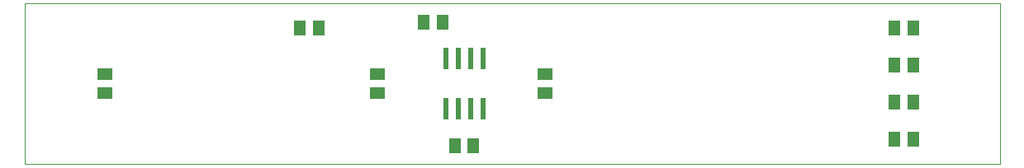
<source format=gbp>
G75*
%MOIN*%
%OFA0B0*%
%FSLAX25Y25*%
%IPPOS*%
%LPD*%
%AMOC8*
5,1,8,0,0,1.08239X$1,22.5*
%
%ADD10C,0.00000*%
%ADD11R,0.05118X0.05906*%
%ADD12R,0.02362X0.08661*%
%ADD13R,0.05906X0.05118*%
D10*
X0001800Y0003000D02*
X0001800Y0067961D01*
X0395501Y0067961D01*
X0395501Y0003000D01*
X0001800Y0003000D01*
D11*
X0175560Y0010500D03*
X0183040Y0010500D03*
X0353060Y0013000D03*
X0360540Y0013000D03*
X0360540Y0028000D03*
X0353060Y0028000D03*
X0353060Y0043000D03*
X0360540Y0043000D03*
X0360540Y0058000D03*
X0353060Y0058000D03*
X0170540Y0060500D03*
X0163060Y0060500D03*
X0120540Y0058000D03*
X0113060Y0058000D03*
D12*
X0171800Y0045736D03*
X0176800Y0045736D03*
X0181800Y0045736D03*
X0186800Y0045736D03*
X0186800Y0025264D03*
X0181800Y0025264D03*
X0176800Y0025264D03*
X0171800Y0025264D03*
D13*
X0144300Y0031760D03*
X0144300Y0039240D03*
X0211800Y0039240D03*
X0211800Y0031760D03*
X0034300Y0031760D03*
X0034300Y0039240D03*
M02*

</source>
